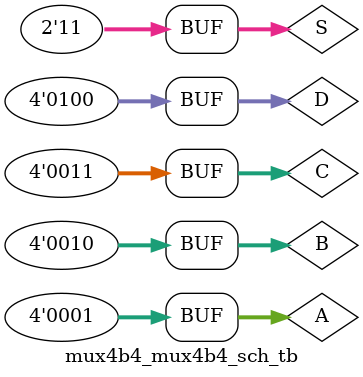
<source format=v>

`timescale 1ns / 1ps

module mux4b4_mux4b4_sch_tb();

// Inputs
   reg [3:0] A;
   reg [3:0] B;
   reg [3:0] C;
   reg [3:0] D;
   reg [1:0] S;

// Output
   wire [3:0] O;

// Bidirs

// Instantiate the UUT
   mux4b4 UUT (
		.A(A), 
		.B(B), 
		.C(C), 
		.D(D), 
		.S(S), 
		.O(O)
   );
// Initialize Inputs
      initial begin
		A = 1;
		B = 2;
		C = 3;
		D = 4;
		S = 3;
		end
endmodule

</source>
